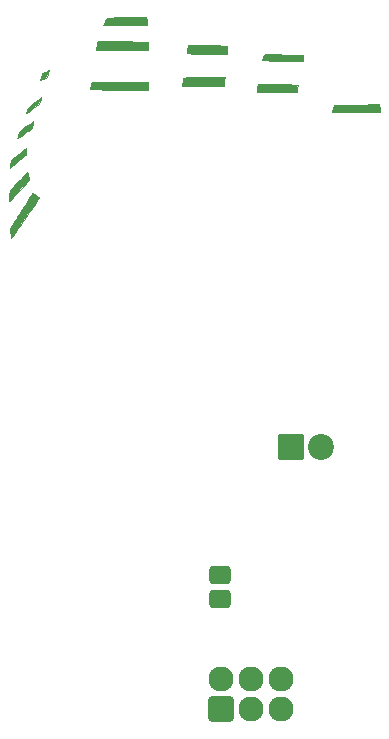
<source format=gbr>
%TF.GenerationSoftware,KiCad,Pcbnew,8.0.2*%
%TF.CreationDate,2024-05-14T21:00:48-05:00*%
%TF.ProjectId,AA Final edge cut repair,41412046-696e-4616-9c20-656467652063,rev?*%
%TF.SameCoordinates,Original*%
%TF.FileFunction,Soldermask,Bot*%
%TF.FilePolarity,Negative*%
%FSLAX46Y46*%
G04 Gerber Fmt 4.6, Leading zero omitted, Abs format (unit mm)*
G04 Created by KiCad (PCBNEW 8.0.2) date 2024-05-14 21:00:48*
%MOMM*%
%LPD*%
G01*
G04 APERTURE LIST*
G04 Aperture macros list*
%AMRoundRect*
0 Rectangle with rounded corners*
0 $1 Rounding radius*
0 $2 $3 $4 $5 $6 $7 $8 $9 X,Y pos of 4 corners*
0 Add a 4 corners polygon primitive as box body*
4,1,4,$2,$3,$4,$5,$6,$7,$8,$9,$2,$3,0*
0 Add four circle primitives for the rounded corners*
1,1,$1+$1,$2,$3*
1,1,$1+$1,$4,$5*
1,1,$1+$1,$6,$7*
1,1,$1+$1,$8,$9*
0 Add four rect primitives between the rounded corners*
20,1,$1+$1,$2,$3,$4,$5,0*
20,1,$1+$1,$4,$5,$6,$7,0*
20,1,$1+$1,$6,$7,$8,$9,0*
20,1,$1+$1,$8,$9,$2,$3,0*%
G04 Aperture macros list end*
%ADD10C,0.010000*%
%ADD11RoundRect,0.200000X-0.900000X-0.900000X0.900000X-0.900000X0.900000X0.900000X-0.900000X0.900000X0*%
%ADD12C,2.200000*%
%ADD13O,2.127200X2.127200*%
%ADD14RoundRect,0.200000X-0.863600X0.863600X-0.863600X-0.863600X0.863600X-0.863600X0.863600X0.863600X0*%
%ADD15C,2.127200*%
%ADD16RoundRect,0.333333X-0.566667X0.466667X-0.566667X-0.466667X0.566667X-0.466667X0.566667X0.466667X0*%
G04 APERTURE END LIST*
D10*
%TO.C,G\u002A\u002A\u002A*%
X58813706Y-26420008D02*
X58876409Y-26420728D01*
X58899892Y-26421830D01*
X58899969Y-26421878D01*
X58905078Y-26445163D01*
X58912526Y-26502109D01*
X58921315Y-26584175D01*
X58930449Y-26682821D01*
X58930513Y-26683565D01*
X58940123Y-26791201D01*
X58949647Y-26891047D01*
X58957908Y-26971161D01*
X58963203Y-27015867D01*
X58974111Y-27095242D01*
X54895882Y-27095242D01*
X55067614Y-26444584D01*
X56979411Y-26428850D01*
X57260109Y-26426636D01*
X57528585Y-26424704D01*
X57781838Y-26423065D01*
X58016870Y-26421731D01*
X58230680Y-26420713D01*
X58420269Y-26420020D01*
X58582635Y-26419664D01*
X58714781Y-26419656D01*
X58813706Y-26420008D01*
G36*
X58813706Y-26420008D02*
G01*
X58876409Y-26420728D01*
X58899892Y-26421830D01*
X58899969Y-26421878D01*
X58905078Y-26445163D01*
X58912526Y-26502109D01*
X58921315Y-26584175D01*
X58930449Y-26682821D01*
X58930513Y-26683565D01*
X58940123Y-26791201D01*
X58949647Y-26891047D01*
X58957908Y-26971161D01*
X58963203Y-27015867D01*
X58974111Y-27095242D01*
X54895882Y-27095242D01*
X55067614Y-26444584D01*
X56979411Y-26428850D01*
X57260109Y-26426636D01*
X57528585Y-26424704D01*
X57781838Y-26423065D01*
X58016870Y-26421731D01*
X58230680Y-26420713D01*
X58420269Y-26420020D01*
X58582635Y-26419664D01*
X58714781Y-26419656D01*
X58813706Y-26420008D01*
G37*
X30920542Y-23524950D02*
X30918841Y-23547420D01*
X30908301Y-23603080D01*
X30890565Y-23684107D01*
X30867277Y-23782675D01*
X30861294Y-23807060D01*
X30793672Y-24080794D01*
X30485016Y-24223117D01*
X30379599Y-24271278D01*
X30287682Y-24312424D01*
X30216106Y-24343561D01*
X30171712Y-24361693D01*
X30160753Y-24365091D01*
X30160675Y-24347540D01*
X30175771Y-24302029D01*
X30200727Y-24243034D01*
X30235211Y-24163436D01*
X30276030Y-24063241D01*
X30315360Y-23961743D01*
X30322168Y-23943499D01*
X30388028Y-23765672D01*
X30650098Y-23641124D01*
X30745924Y-23596432D01*
X30827287Y-23560095D01*
X30887021Y-23535189D01*
X30917961Y-23524794D01*
X30920542Y-23524950D01*
G36*
X30920542Y-23524950D02*
G01*
X30918841Y-23547420D01*
X30908301Y-23603080D01*
X30890565Y-23684107D01*
X30867277Y-23782675D01*
X30861294Y-23807060D01*
X30793672Y-24080794D01*
X30485016Y-24223117D01*
X30379599Y-24271278D01*
X30287682Y-24312424D01*
X30216106Y-24343561D01*
X30171712Y-24361693D01*
X30160753Y-24365091D01*
X30160675Y-24347540D01*
X30175771Y-24302029D01*
X30200727Y-24243034D01*
X30235211Y-24163436D01*
X30276030Y-24063241D01*
X30315360Y-23961743D01*
X30322168Y-23943499D01*
X30388028Y-23765672D01*
X30650098Y-23641124D01*
X30745924Y-23596432D01*
X30827287Y-23560095D01*
X30887021Y-23535189D01*
X30917961Y-23524794D01*
X30920542Y-23524950D01*
G37*
X30288793Y-25838977D02*
X30276660Y-25894545D01*
X30256431Y-25975889D01*
X30229910Y-26075553D01*
X30217988Y-26118717D01*
X30136113Y-26412163D01*
X29608329Y-26758994D01*
X29446807Y-26865219D01*
X29317356Y-26950335D01*
X29216549Y-27016303D01*
X29140961Y-27065081D01*
X29087165Y-27098627D01*
X29051737Y-27118903D01*
X29031249Y-27127865D01*
X29022276Y-27127474D01*
X29021392Y-27119689D01*
X29025171Y-27106469D01*
X29030186Y-27089772D01*
X29030237Y-27089571D01*
X29043899Y-27045315D01*
X29068399Y-26974759D01*
X29099137Y-26891021D01*
X29108832Y-26865434D01*
X29174016Y-26694737D01*
X29728105Y-26251371D01*
X29859974Y-26146304D01*
X29981136Y-26050633D01*
X30087706Y-25967358D01*
X30175800Y-25899480D01*
X30241532Y-25849998D01*
X30281018Y-25821914D01*
X30291029Y-25816638D01*
X30288793Y-25838977D01*
G36*
X30288793Y-25838977D02*
G01*
X30276660Y-25894545D01*
X30256431Y-25975889D01*
X30229910Y-26075553D01*
X30217988Y-26118717D01*
X30136113Y-26412163D01*
X29608329Y-26758994D01*
X29446807Y-26865219D01*
X29317356Y-26950335D01*
X29216549Y-27016303D01*
X29140961Y-27065081D01*
X29087165Y-27098627D01*
X29051737Y-27118903D01*
X29031249Y-27127865D01*
X29022276Y-27127474D01*
X29021392Y-27119689D01*
X29025171Y-27106469D01*
X29030186Y-27089772D01*
X29030237Y-27089571D01*
X29043899Y-27045315D01*
X29068399Y-26974759D01*
X29099137Y-26891021D01*
X29108832Y-26865434D01*
X29174016Y-26694737D01*
X29728105Y-26251371D01*
X29859974Y-26146304D01*
X29981136Y-26050633D01*
X30087706Y-25967358D01*
X30175800Y-25899480D01*
X30241532Y-25849998D01*
X30281018Y-25821914D01*
X30291029Y-25816638D01*
X30288793Y-25838977D01*
G37*
X48919857Y-24706742D02*
X49070427Y-24707250D01*
X49243686Y-24708091D01*
X49435705Y-24709231D01*
X49642555Y-24710636D01*
X49860309Y-24712270D01*
X50085039Y-24714101D01*
X50312814Y-24716092D01*
X50539709Y-24718211D01*
X50761793Y-24720422D01*
X50975139Y-24722691D01*
X51175819Y-24724985D01*
X51359903Y-24727267D01*
X51523464Y-24729505D01*
X51662574Y-24731663D01*
X51773303Y-24733707D01*
X51851724Y-24735603D01*
X51893908Y-24737317D01*
X51894691Y-24737374D01*
X52044188Y-24748611D01*
X51978356Y-25038218D01*
X51912523Y-25327825D01*
X50214900Y-25333243D01*
X48517278Y-25338660D01*
X48517773Y-25290909D01*
X48521962Y-25252428D01*
X48533030Y-25182233D01*
X48549325Y-25090080D01*
X48569198Y-24985720D01*
X48570608Y-24978575D01*
X48590306Y-24878643D01*
X48606631Y-24795144D01*
X48618028Y-24736071D01*
X48622947Y-24709418D01*
X48623030Y-24708732D01*
X48643562Y-24707562D01*
X48702497Y-24706864D01*
X48795904Y-24706602D01*
X48919857Y-24706742D01*
G36*
X48919857Y-24706742D02*
G01*
X49070427Y-24707250D01*
X49243686Y-24708091D01*
X49435705Y-24709231D01*
X49642555Y-24710636D01*
X49860309Y-24712270D01*
X50085039Y-24714101D01*
X50312814Y-24716092D01*
X50539709Y-24718211D01*
X50761793Y-24720422D01*
X50975139Y-24722691D01*
X51175819Y-24724985D01*
X51359903Y-24727267D01*
X51523464Y-24729505D01*
X51662574Y-24731663D01*
X51773303Y-24733707D01*
X51851724Y-24735603D01*
X51893908Y-24737317D01*
X51894691Y-24737374D01*
X52044188Y-24748611D01*
X51978356Y-25038218D01*
X51912523Y-25327825D01*
X50214900Y-25333243D01*
X48517278Y-25338660D01*
X48517773Y-25290909D01*
X48521962Y-25252428D01*
X48533030Y-25182233D01*
X48549325Y-25090080D01*
X48569198Y-24985720D01*
X48570608Y-24978575D01*
X48590306Y-24878643D01*
X48606631Y-24795144D01*
X48618028Y-24736071D01*
X48622947Y-24709418D01*
X48623030Y-24708732D01*
X48643562Y-24707562D01*
X48702497Y-24706864D01*
X48795904Y-24706602D01*
X48919857Y-24706742D01*
G37*
X29608741Y-27884842D02*
X29595489Y-27943412D01*
X29574622Y-28023755D01*
X29548820Y-28116609D01*
X29520764Y-28212715D01*
X29493136Y-28302809D01*
X29468617Y-28377633D01*
X29449887Y-28427923D01*
X29442144Y-28442999D01*
X29420895Y-28461057D01*
X29370691Y-28499868D01*
X29296377Y-28555894D01*
X29202796Y-28625597D01*
X29094795Y-28705440D01*
X28977217Y-28791884D01*
X28854908Y-28881393D01*
X28732711Y-28970427D01*
X28615472Y-29055451D01*
X28508036Y-29132925D01*
X28415247Y-29199312D01*
X28341949Y-29251075D01*
X28292988Y-29284675D01*
X28273227Y-29296575D01*
X28260793Y-29280952D01*
X28260778Y-29280145D01*
X28267169Y-29255276D01*
X28284769Y-29197748D01*
X28311219Y-29115004D01*
X28344162Y-29014484D01*
X28361373Y-28962749D01*
X28461967Y-28661784D01*
X29033414Y-28249656D01*
X29169663Y-28152105D01*
X29294687Y-28063960D01*
X29404466Y-27987948D01*
X29494979Y-27926797D01*
X29562207Y-27883233D01*
X29602131Y-27859985D01*
X29611696Y-27857306D01*
X29608741Y-27884842D01*
G36*
X29608741Y-27884842D02*
G01*
X29595489Y-27943412D01*
X29574622Y-28023755D01*
X29548820Y-28116609D01*
X29520764Y-28212715D01*
X29493136Y-28302809D01*
X29468617Y-28377633D01*
X29449887Y-28427923D01*
X29442144Y-28442999D01*
X29420895Y-28461057D01*
X29370691Y-28499868D01*
X29296377Y-28555894D01*
X29202796Y-28625597D01*
X29094795Y-28705440D01*
X28977217Y-28791884D01*
X28854908Y-28881393D01*
X28732711Y-28970427D01*
X28615472Y-29055451D01*
X28508036Y-29132925D01*
X28415247Y-29199312D01*
X28341949Y-29251075D01*
X28292988Y-29284675D01*
X28273227Y-29296575D01*
X28260793Y-29280952D01*
X28260778Y-29280145D01*
X28267169Y-29255276D01*
X28284769Y-29197748D01*
X28311219Y-29115004D01*
X28344162Y-29014484D01*
X28361373Y-28962749D01*
X28461967Y-28661784D01*
X29033414Y-28249656D01*
X29169663Y-28152105D01*
X29294687Y-28063960D01*
X29404466Y-27987948D01*
X29494979Y-27926797D01*
X29562207Y-27883233D01*
X29602131Y-27859985D01*
X29611696Y-27857306D01*
X29608741Y-27884842D01*
G37*
X36544345Y-21070739D02*
X36811186Y-21073331D01*
X37083606Y-21076182D01*
X37355675Y-21079216D01*
X37621465Y-21082359D01*
X37875050Y-21085537D01*
X38110500Y-21088674D01*
X38321887Y-21091698D01*
X38503284Y-21094532D01*
X38648763Y-21097104D01*
X38658903Y-21097300D01*
X39330945Y-21110439D01*
X39330945Y-21782409D01*
X37107018Y-21782409D01*
X36751489Y-21782381D01*
X36435934Y-21782274D01*
X36157993Y-21782047D01*
X35915306Y-21781660D01*
X35705514Y-21781074D01*
X35526258Y-21780250D01*
X35375177Y-21779148D01*
X35249913Y-21777728D01*
X35148104Y-21775952D01*
X35067393Y-21773779D01*
X35005419Y-21771170D01*
X34959823Y-21768085D01*
X34928244Y-21764486D01*
X34908324Y-21760332D01*
X34897703Y-21755584D01*
X34894021Y-21750203D01*
X34894501Y-21745367D01*
X34906274Y-21706688D01*
X34925841Y-21641971D01*
X34947304Y-21570742D01*
X34973492Y-21483708D01*
X35005820Y-21376286D01*
X35038225Y-21268620D01*
X35045263Y-21245237D01*
X35101828Y-21057315D01*
X36544345Y-21070739D01*
G36*
X36544345Y-21070739D02*
G01*
X36811186Y-21073331D01*
X37083606Y-21076182D01*
X37355675Y-21079216D01*
X37621465Y-21082359D01*
X37875050Y-21085537D01*
X38110500Y-21088674D01*
X38321887Y-21091698D01*
X38503284Y-21094532D01*
X38648763Y-21097104D01*
X38658903Y-21097300D01*
X39330945Y-21110439D01*
X39330945Y-21782409D01*
X37107018Y-21782409D01*
X36751489Y-21782381D01*
X36435934Y-21782274D01*
X36157993Y-21782047D01*
X35915306Y-21781660D01*
X35705514Y-21781074D01*
X35526258Y-21780250D01*
X35375177Y-21779148D01*
X35249913Y-21777728D01*
X35148104Y-21775952D01*
X35067393Y-21773779D01*
X35005419Y-21771170D01*
X34959823Y-21768085D01*
X34928244Y-21764486D01*
X34908324Y-21760332D01*
X34897703Y-21755584D01*
X34894021Y-21750203D01*
X34894501Y-21745367D01*
X34906274Y-21706688D01*
X34925841Y-21641971D01*
X34947304Y-21570742D01*
X34973492Y-21483708D01*
X35005820Y-21376286D01*
X35038225Y-21268620D01*
X35045263Y-21245237D01*
X35101828Y-21057315D01*
X36544345Y-21070739D01*
G37*
X29118795Y-32152242D02*
X29134661Y-32204042D01*
X29154322Y-32279708D01*
X29168342Y-32339284D01*
X29192339Y-32444616D01*
X29216653Y-32550255D01*
X29237323Y-32639033D01*
X29244019Y-32667386D01*
X29272968Y-32789113D01*
X28446464Y-33693969D01*
X28295262Y-33859287D01*
X28152373Y-34015096D01*
X28020374Y-34158613D01*
X27901845Y-34287053D01*
X27799367Y-34397631D01*
X27715517Y-34487563D01*
X27652877Y-34554065D01*
X27614025Y-34594351D01*
X27601702Y-34605881D01*
X27595400Y-34588567D01*
X27590408Y-34536183D01*
X27587109Y-34455979D01*
X27585886Y-34355209D01*
X27586074Y-34309547D01*
X27588024Y-34185752D01*
X27591483Y-34063373D01*
X27595991Y-33955339D01*
X27601084Y-33874578D01*
X27601949Y-33864778D01*
X27615195Y-33723397D01*
X28356028Y-32928322D01*
X28499554Y-32774536D01*
X28634390Y-32630539D01*
X28757788Y-32499234D01*
X28867000Y-32383522D01*
X28959277Y-32286305D01*
X29031870Y-32210485D01*
X29082032Y-32158964D01*
X29107015Y-32134642D01*
X29109237Y-32133078D01*
X29118795Y-32152242D01*
G36*
X29118795Y-32152242D02*
G01*
X29134661Y-32204042D01*
X29154322Y-32279708D01*
X29168342Y-32339284D01*
X29192339Y-32444616D01*
X29216653Y-32550255D01*
X29237323Y-32639033D01*
X29244019Y-32667386D01*
X29272968Y-32789113D01*
X28446464Y-33693969D01*
X28295262Y-33859287D01*
X28152373Y-34015096D01*
X28020374Y-34158613D01*
X27901845Y-34287053D01*
X27799367Y-34397631D01*
X27715517Y-34487563D01*
X27652877Y-34554065D01*
X27614025Y-34594351D01*
X27601702Y-34605881D01*
X27595400Y-34588567D01*
X27590408Y-34536183D01*
X27587109Y-34455979D01*
X27585886Y-34355209D01*
X27586074Y-34309547D01*
X27588024Y-34185752D01*
X27591483Y-34063373D01*
X27595991Y-33955339D01*
X27601084Y-33874578D01*
X27601949Y-33864778D01*
X27615195Y-33723397D01*
X28356028Y-32928322D01*
X28499554Y-32774536D01*
X28634390Y-32630539D01*
X28757788Y-32499234D01*
X28867000Y-32383522D01*
X28959277Y-32286305D01*
X29031870Y-32210485D01*
X29082032Y-32158964D01*
X29107015Y-32134642D01*
X29109237Y-32133078D01*
X29118795Y-32152242D01*
G37*
X29038644Y-30110462D02*
X29036433Y-30166866D01*
X29030714Y-30245799D01*
X29022425Y-30337531D01*
X29012507Y-30432332D01*
X29001899Y-30520472D01*
X28991538Y-30592220D01*
X28983656Y-30632941D01*
X28968606Y-30657707D01*
X28930671Y-30699260D01*
X28868143Y-30759126D01*
X28779319Y-30838830D01*
X28662491Y-30939900D01*
X28515955Y-31063861D01*
X28338006Y-31212240D01*
X28315498Y-31230899D01*
X28172482Y-31349105D01*
X28039540Y-31458424D01*
X27920207Y-31555992D01*
X27818020Y-31638942D01*
X27736515Y-31704408D01*
X27679227Y-31749525D01*
X27649693Y-31771425D01*
X27646563Y-31773075D01*
X27640057Y-31754175D01*
X27639424Y-31705862D01*
X27642061Y-31668288D01*
X27650168Y-31599912D01*
X27663317Y-31505838D01*
X27679222Y-31402060D01*
X27686579Y-31356991D01*
X27721028Y-31150481D01*
X28372977Y-30612657D01*
X28515594Y-30495512D01*
X28648004Y-30387726D01*
X28766685Y-30292094D01*
X28868114Y-30211409D01*
X28948769Y-30148467D01*
X29005128Y-30106062D01*
X29033667Y-30086990D01*
X29036409Y-30086317D01*
X29038644Y-30110462D01*
G36*
X29038644Y-30110462D02*
G01*
X29036433Y-30166866D01*
X29030714Y-30245799D01*
X29022425Y-30337531D01*
X29012507Y-30432332D01*
X29001899Y-30520472D01*
X28991538Y-30592220D01*
X28983656Y-30632941D01*
X28968606Y-30657707D01*
X28930671Y-30699260D01*
X28868143Y-30759126D01*
X28779319Y-30838830D01*
X28662491Y-30939900D01*
X28515955Y-31063861D01*
X28338006Y-31212240D01*
X28315498Y-31230899D01*
X28172482Y-31349105D01*
X28039540Y-31458424D01*
X27920207Y-31555992D01*
X27818020Y-31638942D01*
X27736515Y-31704408D01*
X27679227Y-31749525D01*
X27649693Y-31771425D01*
X27646563Y-31773075D01*
X27640057Y-31754175D01*
X27639424Y-31705862D01*
X27642061Y-31668288D01*
X27650168Y-31599912D01*
X27663317Y-31505838D01*
X27679222Y-31402060D01*
X27686579Y-31356991D01*
X27721028Y-31150481D01*
X28372977Y-30612657D01*
X28515594Y-30495512D01*
X28648004Y-30387726D01*
X28766685Y-30292094D01*
X28868114Y-30211409D01*
X28948769Y-30148467D01*
X29005128Y-30106062D01*
X29033667Y-30086990D01*
X29036409Y-30086317D01*
X29038644Y-30110462D01*
G37*
X45800362Y-24221867D02*
X45794560Y-24277501D01*
X45787727Y-24363956D01*
X45780686Y-24469761D01*
X45774258Y-24583442D01*
X45773808Y-24592284D01*
X45759642Y-24872742D01*
X45154085Y-24867722D01*
X45010786Y-24866510D01*
X44832138Y-24864960D01*
X44625126Y-24863135D01*
X44396733Y-24861098D01*
X44153943Y-24858911D01*
X43903738Y-24856636D01*
X43653103Y-24854337D01*
X43409021Y-24852076D01*
X43384361Y-24851847D01*
X42220195Y-24840992D01*
X42227066Y-24777492D01*
X42232634Y-24733005D01*
X42242948Y-24656753D01*
X42256610Y-24558859D01*
X42272225Y-24449443D01*
X42274691Y-24432373D01*
X42289668Y-24328214D01*
X42302169Y-24240014D01*
X42311074Y-24175765D01*
X42315265Y-24143460D01*
X42315445Y-24141331D01*
X42336092Y-24139887D01*
X42395954Y-24138510D01*
X42491914Y-24137218D01*
X42620855Y-24136027D01*
X42779657Y-24134954D01*
X42965204Y-24134015D01*
X43174378Y-24133228D01*
X43404060Y-24132609D01*
X43651133Y-24132176D01*
X43912480Y-24131944D01*
X44064098Y-24131909D01*
X45812751Y-24131909D01*
X45800362Y-24221867D01*
G36*
X45800362Y-24221867D02*
G01*
X45794560Y-24277501D01*
X45787727Y-24363956D01*
X45780686Y-24469761D01*
X45774258Y-24583442D01*
X45773808Y-24592284D01*
X45759642Y-24872742D01*
X45154085Y-24867722D01*
X45010786Y-24866510D01*
X44832138Y-24864960D01*
X44625126Y-24863135D01*
X44396733Y-24861098D01*
X44153943Y-24858911D01*
X43903738Y-24856636D01*
X43653103Y-24854337D01*
X43409021Y-24852076D01*
X43384361Y-24851847D01*
X42220195Y-24840992D01*
X42227066Y-24777492D01*
X42232634Y-24733005D01*
X42242948Y-24656753D01*
X42256610Y-24558859D01*
X42272225Y-24449443D01*
X42274691Y-24432373D01*
X42289668Y-24328214D01*
X42302169Y-24240014D01*
X42311074Y-24175765D01*
X42315265Y-24143460D01*
X42315445Y-24141331D01*
X42336092Y-24139887D01*
X42395954Y-24138510D01*
X42491914Y-24137218D01*
X42620855Y-24136027D01*
X42779657Y-24134954D01*
X42965204Y-24134015D01*
X43174378Y-24133228D01*
X43404060Y-24132609D01*
X43651133Y-24132176D01*
X43912480Y-24131944D01*
X44064098Y-24131909D01*
X45812751Y-24131909D01*
X45800362Y-24221867D01*
G37*
X36219140Y-24516997D02*
X36516411Y-24517335D01*
X36826659Y-24517879D01*
X36933820Y-24518109D01*
X39320361Y-24523492D01*
X39326204Y-24846284D01*
X39332047Y-25169075D01*
X37960954Y-25163980D01*
X37681267Y-25162911D01*
X37380784Y-25161708D01*
X37067935Y-25160409D01*
X36751148Y-25159050D01*
X36438853Y-25157669D01*
X36139477Y-25156303D01*
X35861450Y-25154988D01*
X35613200Y-25153761D01*
X35505070Y-25153204D01*
X35235679Y-25151384D01*
X35003100Y-25148949D01*
X34808202Y-25145921D01*
X34651854Y-25142321D01*
X34534926Y-25138171D01*
X34458289Y-25133491D01*
X34422811Y-25128305D01*
X34420278Y-25126394D01*
X34424665Y-25098976D01*
X34436696Y-25038452D01*
X34454676Y-24953008D01*
X34476908Y-24850828D01*
X34483778Y-24819825D01*
X34506828Y-24715469D01*
X34526143Y-24626607D01*
X34540048Y-24561060D01*
X34546865Y-24526646D01*
X34547278Y-24523557D01*
X34568000Y-24522178D01*
X34628386Y-24520944D01*
X34725767Y-24519861D01*
X34857476Y-24518933D01*
X35020843Y-24518169D01*
X35213198Y-24517573D01*
X35431875Y-24517151D01*
X35674203Y-24516911D01*
X35937514Y-24516857D01*
X36219140Y-24516997D01*
G36*
X36219140Y-24516997D02*
G01*
X36516411Y-24517335D01*
X36826659Y-24517879D01*
X36933820Y-24518109D01*
X39320361Y-24523492D01*
X39326204Y-24846284D01*
X39332047Y-25169075D01*
X37960954Y-25163980D01*
X37681267Y-25162911D01*
X37380784Y-25161708D01*
X37067935Y-25160409D01*
X36751148Y-25159050D01*
X36438853Y-25157669D01*
X36139477Y-25156303D01*
X35861450Y-25154988D01*
X35613200Y-25153761D01*
X35505070Y-25153204D01*
X35235679Y-25151384D01*
X35003100Y-25148949D01*
X34808202Y-25145921D01*
X34651854Y-25142321D01*
X34534926Y-25138171D01*
X34458289Y-25133491D01*
X34422811Y-25128305D01*
X34420278Y-25126394D01*
X34424665Y-25098976D01*
X34436696Y-25038452D01*
X34454676Y-24953008D01*
X34476908Y-24850828D01*
X34483778Y-24819825D01*
X34506828Y-24715469D01*
X34526143Y-24626607D01*
X34540048Y-24561060D01*
X34546865Y-24526646D01*
X34547278Y-24523557D01*
X34568000Y-24522178D01*
X34628386Y-24520944D01*
X34725767Y-24519861D01*
X34857476Y-24518933D01*
X35020843Y-24518169D01*
X35213198Y-24517573D01*
X35431875Y-24517151D01*
X35674203Y-24516911D01*
X35937514Y-24516857D01*
X36219140Y-24516997D01*
G37*
X44206750Y-21412728D02*
X44459965Y-21414792D01*
X44704136Y-21417064D01*
X44935434Y-21419491D01*
X45150026Y-21422019D01*
X45344082Y-21424596D01*
X45513770Y-21427168D01*
X45655258Y-21429683D01*
X45764716Y-21432086D01*
X45838312Y-21434325D01*
X45866153Y-21435744D01*
X46019611Y-21447354D01*
X46019611Y-21632854D01*
X46017836Y-21744920D01*
X46013162Y-21866389D01*
X46006565Y-21972493D01*
X46005922Y-21980298D01*
X45992233Y-22142242D01*
X45291547Y-22138799D01*
X45113590Y-22137644D01*
X44902434Y-22135805D01*
X44667202Y-22133389D01*
X44417022Y-22130503D01*
X44161019Y-22127254D01*
X43908318Y-22123749D01*
X43668045Y-22120094D01*
X43599134Y-22118975D01*
X43398269Y-22115408D01*
X43210522Y-22111596D01*
X43040101Y-22107658D01*
X42891213Y-22103713D01*
X42768066Y-22099881D01*
X42674867Y-22096282D01*
X42615824Y-22093035D01*
X42595219Y-22090406D01*
X42593354Y-22065577D01*
X42598424Y-22009018D01*
X42609380Y-21930572D01*
X42617354Y-21882689D01*
X42636302Y-21774393D01*
X42655982Y-21661352D01*
X42672814Y-21564143D01*
X42676241Y-21544239D01*
X42700806Y-21401320D01*
X44206750Y-21412728D01*
G36*
X44206750Y-21412728D02*
G01*
X44459965Y-21414792D01*
X44704136Y-21417064D01*
X44935434Y-21419491D01*
X45150026Y-21422019D01*
X45344082Y-21424596D01*
X45513770Y-21427168D01*
X45655258Y-21429683D01*
X45764716Y-21432086D01*
X45838312Y-21434325D01*
X45866153Y-21435744D01*
X46019611Y-21447354D01*
X46019611Y-21632854D01*
X46017836Y-21744920D01*
X46013162Y-21866389D01*
X46006565Y-21972493D01*
X46005922Y-21980298D01*
X45992233Y-22142242D01*
X45291547Y-22138799D01*
X45113590Y-22137644D01*
X44902434Y-22135805D01*
X44667202Y-22133389D01*
X44417022Y-22130503D01*
X44161019Y-22127254D01*
X43908318Y-22123749D01*
X43668045Y-22120094D01*
X43599134Y-22118975D01*
X43398269Y-22115408D01*
X43210522Y-22111596D01*
X43040101Y-22107658D01*
X42891213Y-22103713D01*
X42768066Y-22099881D01*
X42674867Y-22096282D01*
X42615824Y-22093035D01*
X42595219Y-22090406D01*
X42593354Y-22065577D01*
X42598424Y-22009018D01*
X42609380Y-21930572D01*
X42617354Y-21882689D01*
X42636302Y-21774393D01*
X42655982Y-21661352D01*
X42672814Y-21564143D01*
X42676241Y-21544239D01*
X42700806Y-21401320D01*
X44206750Y-21412728D01*
G37*
X39210072Y-19351733D02*
X39222267Y-19463068D01*
X39231970Y-19558390D01*
X39238489Y-19630329D01*
X39241133Y-19671512D01*
X39240724Y-19678351D01*
X39218524Y-19680028D01*
X39157839Y-19681602D01*
X39062369Y-19683069D01*
X38935810Y-19684425D01*
X38781861Y-19685664D01*
X38604220Y-19686783D01*
X38406583Y-19687777D01*
X38192650Y-19688640D01*
X37966118Y-19689368D01*
X37730684Y-19689956D01*
X37490047Y-19690401D01*
X37247905Y-19690696D01*
X37007955Y-19690838D01*
X36773894Y-19690822D01*
X36549422Y-19690642D01*
X36338236Y-19690295D01*
X36144033Y-19689776D01*
X35970512Y-19689080D01*
X35821370Y-19688202D01*
X35700305Y-19687137D01*
X35611015Y-19685882D01*
X35557198Y-19684431D01*
X35542106Y-19683031D01*
X35550770Y-19659926D01*
X35574698Y-19605472D01*
X35610800Y-19526465D01*
X35655986Y-19429705D01*
X35687228Y-19363741D01*
X35832344Y-19058911D01*
X36994269Y-19044847D01*
X37232650Y-19042082D01*
X37474732Y-19039496D01*
X37714104Y-19037143D01*
X37944355Y-19035078D01*
X38159073Y-19033355D01*
X38351846Y-19032026D01*
X38516263Y-19031148D01*
X38645911Y-19030773D01*
X38664994Y-19030763D01*
X39173794Y-19030742D01*
X39210072Y-19351733D01*
G36*
X39210072Y-19351733D02*
G01*
X39222267Y-19463068D01*
X39231970Y-19558390D01*
X39238489Y-19630329D01*
X39241133Y-19671512D01*
X39240724Y-19678351D01*
X39218524Y-19680028D01*
X39157839Y-19681602D01*
X39062369Y-19683069D01*
X38935810Y-19684425D01*
X38781861Y-19685664D01*
X38604220Y-19686783D01*
X38406583Y-19687777D01*
X38192650Y-19688640D01*
X37966118Y-19689368D01*
X37730684Y-19689956D01*
X37490047Y-19690401D01*
X37247905Y-19690696D01*
X37007955Y-19690838D01*
X36773894Y-19690822D01*
X36549422Y-19690642D01*
X36338236Y-19690295D01*
X36144033Y-19689776D01*
X35970512Y-19689080D01*
X35821370Y-19688202D01*
X35700305Y-19687137D01*
X35611015Y-19685882D01*
X35557198Y-19684431D01*
X35542106Y-19683031D01*
X35550770Y-19659926D01*
X35574698Y-19605472D01*
X35610800Y-19526465D01*
X35655986Y-19429705D01*
X35687228Y-19363741D01*
X35832344Y-19058911D01*
X36994269Y-19044847D01*
X37232650Y-19042082D01*
X37474732Y-19039496D01*
X37714104Y-19037143D01*
X37944355Y-19035078D01*
X38159073Y-19033355D01*
X38351846Y-19032026D01*
X38516263Y-19031148D01*
X38645911Y-19030773D01*
X38664994Y-19030763D01*
X39173794Y-19030742D01*
X39210072Y-19351733D01*
G37*
X49466568Y-22152851D02*
X49527302Y-22155309D01*
X49626058Y-22158633D01*
X49758536Y-22162705D01*
X49920435Y-22167405D01*
X50107454Y-22172614D01*
X50315295Y-22178213D01*
X50539656Y-22184082D01*
X50776238Y-22190102D01*
X51020739Y-22196154D01*
X51078445Y-22197557D01*
X51316588Y-22203406D01*
X51541973Y-22209092D01*
X51751081Y-22214516D01*
X51940392Y-22219581D01*
X52106387Y-22224187D01*
X52245547Y-22228237D01*
X52354352Y-22231631D01*
X52429284Y-22234271D01*
X52466822Y-22236059D01*
X52470579Y-22236514D01*
X52470836Y-22258370D01*
X52467359Y-22314042D01*
X52460761Y-22395239D01*
X52451656Y-22493669D01*
X52451139Y-22498974D01*
X52425980Y-22756075D01*
X52000920Y-22752593D01*
X51900914Y-22751416D01*
X51763933Y-22749265D01*
X51595324Y-22746247D01*
X51400431Y-22742472D01*
X51184602Y-22738049D01*
X50953180Y-22733088D01*
X50711512Y-22727696D01*
X50464944Y-22721983D01*
X50268820Y-22717281D01*
X50037946Y-22711400D01*
X49820083Y-22705349D01*
X49618834Y-22699261D01*
X49437806Y-22693269D01*
X49280603Y-22687507D01*
X49150830Y-22682107D01*
X49052093Y-22677203D01*
X48987995Y-22672927D01*
X48962142Y-22669414D01*
X48961778Y-22669016D01*
X48971424Y-22645387D01*
X48997880Y-22591995D01*
X49037416Y-22516095D01*
X49086306Y-22424941D01*
X49101443Y-22397162D01*
X49241107Y-22141743D01*
X49466568Y-22152851D01*
G36*
X49466568Y-22152851D02*
G01*
X49527302Y-22155309D01*
X49626058Y-22158633D01*
X49758536Y-22162705D01*
X49920435Y-22167405D01*
X50107454Y-22172614D01*
X50315295Y-22178213D01*
X50539656Y-22184082D01*
X50776238Y-22190102D01*
X51020739Y-22196154D01*
X51078445Y-22197557D01*
X51316588Y-22203406D01*
X51541973Y-22209092D01*
X51751081Y-22214516D01*
X51940392Y-22219581D01*
X52106387Y-22224187D01*
X52245547Y-22228237D01*
X52354352Y-22231631D01*
X52429284Y-22234271D01*
X52466822Y-22236059D01*
X52470579Y-22236514D01*
X52470836Y-22258370D01*
X52467359Y-22314042D01*
X52460761Y-22395239D01*
X52451656Y-22493669D01*
X52451139Y-22498974D01*
X52425980Y-22756075D01*
X52000920Y-22752593D01*
X51900914Y-22751416D01*
X51763933Y-22749265D01*
X51595324Y-22746247D01*
X51400431Y-22742472D01*
X51184602Y-22738049D01*
X50953180Y-22733088D01*
X50711512Y-22727696D01*
X50464944Y-22721983D01*
X50268820Y-22717281D01*
X50037946Y-22711400D01*
X49820083Y-22705349D01*
X49618834Y-22699261D01*
X49437806Y-22693269D01*
X49280603Y-22687507D01*
X49150830Y-22682107D01*
X49052093Y-22677203D01*
X48987995Y-22672927D01*
X48962142Y-22669414D01*
X48961778Y-22669016D01*
X48971424Y-22645387D01*
X48997880Y-22591995D01*
X49037416Y-22516095D01*
X49086306Y-22424941D01*
X49101443Y-22397162D01*
X49241107Y-22141743D01*
X49466568Y-22152851D01*
G37*
X29572211Y-33910939D02*
X29619965Y-33938055D01*
X29688400Y-33980692D01*
X29770651Y-34034282D01*
X29859855Y-34094257D01*
X29949147Y-34156046D01*
X30031663Y-34215082D01*
X30100539Y-34266795D01*
X30118431Y-34280934D01*
X30107605Y-34298574D01*
X30074660Y-34348143D01*
X30021577Y-34426763D01*
X29950338Y-34531560D01*
X29862925Y-34659657D01*
X29761320Y-34808180D01*
X29647505Y-34974253D01*
X29523461Y-35154999D01*
X29391169Y-35347545D01*
X29252613Y-35549014D01*
X29109773Y-35756531D01*
X28964632Y-35967219D01*
X28819171Y-36178205D01*
X28675372Y-36386612D01*
X28535217Y-36589564D01*
X28400687Y-36784186D01*
X28273764Y-36967603D01*
X28156431Y-37136939D01*
X28050668Y-37289318D01*
X27958458Y-37421866D01*
X27881782Y-37531706D01*
X27822623Y-37615962D01*
X27782961Y-37671760D01*
X27764779Y-37696225D01*
X27764265Y-37696790D01*
X27743083Y-37710727D01*
X27730371Y-37691675D01*
X27724284Y-37665040D01*
X27714578Y-37604192D01*
X27703321Y-37516886D01*
X27691361Y-37411952D01*
X27679547Y-37298219D01*
X27668730Y-37184514D01*
X27659758Y-37079668D01*
X27653480Y-36992508D01*
X27650746Y-36931864D01*
X27651554Y-36908977D01*
X27663593Y-36886484D01*
X27696361Y-36831544D01*
X27747810Y-36747393D01*
X27815894Y-36637269D01*
X27898566Y-36504407D01*
X27993778Y-36352047D01*
X28099483Y-36183423D01*
X28213635Y-36001774D01*
X28334186Y-35810336D01*
X28459089Y-35612345D01*
X28586297Y-35411040D01*
X28713763Y-35209656D01*
X28839440Y-35011432D01*
X28961280Y-34819603D01*
X29077238Y-34637406D01*
X29185265Y-34468080D01*
X29283314Y-34314859D01*
X29369339Y-34180983D01*
X29441293Y-34069686D01*
X29497127Y-33984207D01*
X29534796Y-33927782D01*
X29552002Y-33903915D01*
X29572211Y-33910939D01*
G36*
X29572211Y-33910939D02*
G01*
X29619965Y-33938055D01*
X29688400Y-33980692D01*
X29770651Y-34034282D01*
X29859855Y-34094257D01*
X29949147Y-34156046D01*
X30031663Y-34215082D01*
X30100539Y-34266795D01*
X30118431Y-34280934D01*
X30107605Y-34298574D01*
X30074660Y-34348143D01*
X30021577Y-34426763D01*
X29950338Y-34531560D01*
X29862925Y-34659657D01*
X29761320Y-34808180D01*
X29647505Y-34974253D01*
X29523461Y-35154999D01*
X29391169Y-35347545D01*
X29252613Y-35549014D01*
X29109773Y-35756531D01*
X28964632Y-35967219D01*
X28819171Y-36178205D01*
X28675372Y-36386612D01*
X28535217Y-36589564D01*
X28400687Y-36784186D01*
X28273764Y-36967603D01*
X28156431Y-37136939D01*
X28050668Y-37289318D01*
X27958458Y-37421866D01*
X27881782Y-37531706D01*
X27822623Y-37615962D01*
X27782961Y-37671760D01*
X27764779Y-37696225D01*
X27764265Y-37696790D01*
X27743083Y-37710727D01*
X27730371Y-37691675D01*
X27724284Y-37665040D01*
X27714578Y-37604192D01*
X27703321Y-37516886D01*
X27691361Y-37411952D01*
X27679547Y-37298219D01*
X27668730Y-37184514D01*
X27659758Y-37079668D01*
X27653480Y-36992508D01*
X27650746Y-36931864D01*
X27651554Y-36908977D01*
X27663593Y-36886484D01*
X27696361Y-36831544D01*
X27747810Y-36747393D01*
X27815894Y-36637269D01*
X27898566Y-36504407D01*
X27993778Y-36352047D01*
X28099483Y-36183423D01*
X28213635Y-36001774D01*
X28334186Y-35810336D01*
X28459089Y-35612345D01*
X28586297Y-35411040D01*
X28713763Y-35209656D01*
X28839440Y-35011432D01*
X28961280Y-34819603D01*
X29077238Y-34637406D01*
X29185265Y-34468080D01*
X29283314Y-34314859D01*
X29369339Y-34180983D01*
X29441293Y-34069686D01*
X29497127Y-33984207D01*
X29534796Y-33927782D01*
X29552002Y-33903915D01*
X29572211Y-33910939D01*
G37*
%TD*%
D11*
%TO.C,D1*%
X51465000Y-55430000D03*
D12*
X54005000Y-55430000D03*
%TD*%
D13*
%TO.C,X1*%
X45500000Y-75048400D03*
D14*
X45500000Y-77588400D03*
D13*
X48040000Y-75048400D03*
X48040000Y-77588400D03*
D15*
X50580000Y-75048400D03*
X50580000Y-77588400D03*
%TD*%
D16*
%TO.C,R1*%
X45430000Y-66280000D03*
X45430000Y-68280000D03*
%TD*%
M02*

</source>
